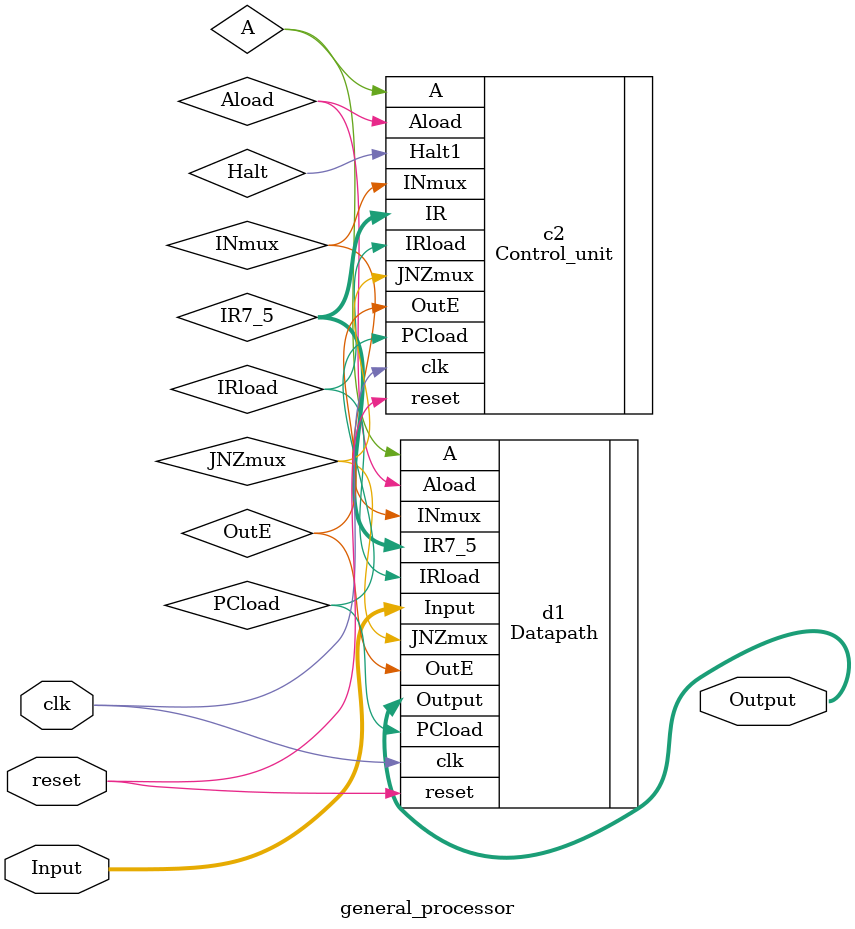
<source format=v>
`timescale 1ns / 1ps

module general_processor(clk,reset,Input,Output);
        input   clk;
        input   reset;
        input   [7:0]Input;
        output  [7:0]Output;

        wire    [2:0]IR7_5;
        wire    A;
        wire    IRload;
        wire    PCload;
        wire    INmux;
        wire    Aload;
        wire    JNZmux;
        wire    OutE;
        wire    Halt;
        
        //clkdiv c1(clk,reset);
        Control_unit c2(.clk(clk),.reset(reset),.IR(IR7_5),.A(A),.IRload(IRload),.PCload(PCload),.INmux(INmux),.Aload(Aload),.JNZmux(JNZmux),.OutE(OutE),.Halt1(Halt));
        Datapath d1(.IRload(IRload),.PCload(PCload),.reset(reset),.clk(clk),.INmux(INmux),.Aload(Aload),.Input(Input),.IR7_5(IR7_5),.Output(Output),.OutE(OutE),.A(A),.JNZmux(JNZmux));
endmodule

</source>
